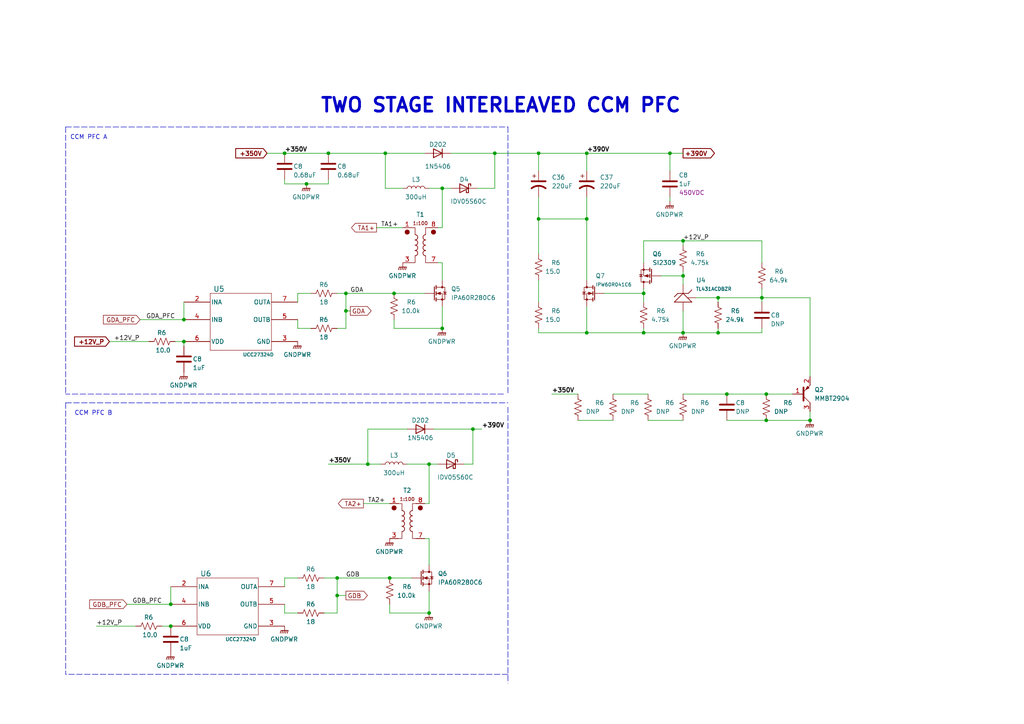
<source format=kicad_sch>
(kicad_sch (version 20230121) (generator eeschema)
  (paper "A4")
  (lib_symbols
    (symbol "Device:C" (pin_numbers hide) (pin_names (offset 0.254))
      (property "Reference" "C" (at 0.635 2.54 0))
      (property "Value" "C" (at 0.635 -2.54 0))
      (symbol "C_0_1"
        (polyline (pts (xy -2.032 -0.762) (xy 2.032 -0.762)) (stroke (width 0.508)))
        (polyline (pts (xy -2.032 0.762) (xy 2.032 0.762)) (stroke (width 0.508)))
      )
      (symbol "C_1_1"
        (pin passive line (at 0 3.81 270) (length 2.794) (name "~") (number "1"))
        (pin passive line (at 0 -3.81 90) (length 2.794) (name "~") (number "2"))
      )
    )
    (symbol "Device:C_Polarized_US" (pin_numbers hide) (pin_names (offset 0.254) hide)
      (property "Reference" "C" (at 0.635 2.54 0))
      (property "Value" "C_Polarized_US" (at 0.635 -2.54 0))
      (symbol "C_Polarized_US_0_1"
        (polyline (pts (xy -2.032 0.762) (xy 2.032 0.762)) (stroke (width 0.508)))
        (polyline (pts (xy -1.778 2.286) (xy -0.762 2.286)))
        (polyline (pts (xy -1.27 1.778) (xy -1.27 2.794)))
        (arc (start 2.032 -1.27) (mid 0 -0.5572) (end -2.032 -1.27) (stroke (width 0.508)))
      )
      (symbol "C_Polarized_US_1_1"
        (pin passive line (at 0 3.81 270) (length 2.794) (name "~") (number "1"))
        (pin passive line (at 0 -3.81 90) (length 3.302) (name "~") (number "2"))
      )
    )
    (symbol "Device:D" (pin_numbers hide) (pin_names (offset 1.016) hide)
      (property "Reference" "D" (at 0 2.54 0))
      (property "Value" "D" (at 0 -2.54 0))
      (symbol "D_0_1"
        (polyline (pts (xy -1.27 1.27) (xy -1.27 -1.27)) (stroke (width 0.254)))
        (polyline (pts (xy 1.27 0) (xy -1.27 0)))
        (polyline (pts (xy 1.27 1.27) (xy 1.27 -1.27) (xy -1.27 0) (xy 1.27 1.27)) (stroke (width 0.254)))
      )
      (symbol "D_1_1"
        (pin passive line (at -3.81 0 0) (length 2.54) (name "K") (number "1"))
        (pin passive line (at 3.81 0 180) (length 2.54) (name "A") (number "2"))
      )
    )
    (symbol "Device:D_Schottky" (pin_numbers hide) (pin_names (offset 1.016) hide)
      (property "Reference" "D" (at 0 2.54 0))
      (property "Value" "D_Schottky" (at 0 -2.54 0))
      (symbol "D_Schottky_0_1"
        (polyline (pts (xy 1.27 0) (xy -1.27 0)))
        (polyline (pts (xy 1.27 1.27) (xy 1.27 -1.27) (xy -1.27 0) (xy 1.27 1.27)) (stroke (width 0.254)))
        (polyline (pts (xy -1.905 0.635) (xy -1.905 1.27) (xy -1.27 1.27) (xy -1.27 -1.27) (xy -0.635 -1.27) (xy -0.635 -0.635)) (stroke (width 0.254)))
      )
      (symbol "D_Schottky_1_1"
        (pin passive line (at -3.81 0 0) (length 2.54) (name "K") (number "1"))
        (pin passive line (at 3.81 0 180) (length 2.54) (name "A") (number "2"))
      )
    )
    (symbol "Device:L" (pin_numbers hide) (pin_names (offset 1.016) hide)
      (property "Reference" "L" (at -1.27 0 90))
      (property "Value" "L" (at 1.905 0 90))
      (symbol "L_0_1"
        (arc (start 0 -2.54) (mid 0.6323 -1.905) (end 0 -1.27))
        (arc (start 0 -1.27) (mid 0.6323 -0.635) (end 0 0))
        (arc (start 0 0) (mid 0.6323 0.635) (end 0 1.27))
        (arc (start 0 1.27) (mid 0.6323 1.905) (end 0 2.54))
      )
      (symbol "L_1_1"
        (pin passive line (at 0 3.81 270) (length 1.27) (name "1") (number "1"))
        (pin passive line (at 0 -3.81 90) (length 1.27) (name "2") (number "2"))
      )
    )
    (symbol "Device:R_US" (pin_numbers hide) (pin_names (offset 0))
      (property "Reference" "R" (at 2.54 0 90))
      (property "Value" "R_US" (at -2.54 0 90))
      (symbol "R_US_0_1"
        (polyline (pts (xy 0 -2.286) (xy 0 -2.54)))
        (polyline (pts (xy 0 2.286) (xy 0 2.54)))
        (polyline (pts (xy 0 -0.762) (xy 1.016 -1.143) (xy 0 -1.524) (xy -1.016 -1.905) (xy 0 -2.286)))
        (polyline (pts (xy 0 0.762) (xy 1.016 0.381) (xy 0 0) (xy -1.016 -0.381) (xy 0 -0.762)))
        (polyline (pts (xy 0 2.286) (xy 1.016 1.905) (xy 0 1.524) (xy -1.016 1.143) (xy 0 0.762)))
      )
      (symbol "R_US_1_1"
        (pin passive line (at 0 3.81 270) (length 1.27) (name "~") (number "1"))
        (pin passive line (at 0 -3.81 90) (length 1.27) (name "~") (number "2"))
      )
    )
    (symbol "fb_smps_symbols:IPA60R280C6" (pin_names hide)
      (property "Reference" "Q" (at 5.08 1.905 0))
      (property "Value" "IPA60R280C6" (at 5.08 0 0))
      (symbol "IPA60R280C6_0_1"
        (polyline (pts (xy 0.254 0) (xy -2.54 0)))
        (polyline (pts (xy 0.254 1.905) (xy 0.254 -1.905)) (stroke (width 0.254)))
        (polyline (pts (xy 0.762 -1.27) (xy 0.762 -2.286)) (stroke (width 0.254)))
        (polyline (pts (xy 0.762 0.508) (xy 0.762 -0.508)) (stroke (width 0.254)))
        (polyline (pts (xy 0.762 2.286) (xy 0.762 1.27)) (stroke (width 0.254)))
        (polyline (pts (xy 2.54 -3.81) (xy 2.54 -2.54)))
        (polyline (pts (xy 2.54 2.54) (xy 2.54 1.778)))
        (polyline (pts (xy 2.54 2.54) (xy 2.54 3.81)))
        (polyline (pts (xy 2.54 -2.54) (xy 2.54 0) (xy 0.762 0)))
        (polyline (pts (xy 0.762 -1.778) (xy 3.302 -1.778) (xy 3.302 1.778) (xy 0.762 1.778)))
        (polyline (pts (xy 1.016 0) (xy 2.032 0.381) (xy 2.032 -0.381) (xy 1.016 0)) (fill (type outline)))
        (polyline (pts (xy 2.794 0.508) (xy 2.921 0.381) (xy 3.683 0.381) (xy 3.81 0.254)))
        (polyline (pts (xy 3.302 0.381) (xy 2.921 -0.254) (xy 3.683 -0.254) (xy 3.302 0.381)))
        (circle (center 2.54 -1.778) (radius 0.254) (fill (type outline)))
        (circle (center 2.54 1.778) (radius 0.254) (fill (type outline)))
      )
      (symbol "IPA60R280C6_1_1"
        (pin input line (at -2.54 0 0) (length 2.54) hide (name "G") (number "1"))
        (pin passive line (at 2.54 3.81 270) (length 2.54) hide (name "D") (number "2"))
        (pin passive line (at 2.54 -3.81 90) (length 2.54) hide (name "S") (number "3"))
      )
    )
    (symbol "fb_smps_symbols:IPW60R041C6" (pin_names hide)
      (property "Reference" "Q" (at 5.08 1.905 0))
      (property "Value" "IPW60R041C6" (at 5.08 0 0))
      (symbol "IPW60R041C6_0_1"
        (polyline (pts (xy 0.254 0) (xy -2.54 0)))
        (polyline (pts (xy 0.254 1.905) (xy 0.254 -1.905)) (stroke (width 0.254)))
        (polyline (pts (xy 0.762 -1.27) (xy 0.762 -2.286)) (stroke (width 0.254)))
        (polyline (pts (xy 0.762 0.508) (xy 0.762 -0.508)) (stroke (width 0.254)))
        (polyline (pts (xy 0.762 2.286) (xy 0.762 1.27)) (stroke (width 0.254)))
        (polyline (pts (xy 2.54 -3.81) (xy 2.54 -2.54)))
        (polyline (pts (xy 2.54 2.54) (xy 2.54 1.778)))
        (polyline (pts (xy 2.54 2.54) (xy 2.54 3.81)))
        (polyline (pts (xy 2.54 -2.54) (xy 2.54 0) (xy 0.762 0)))
        (polyline (pts (xy 0.762 -1.778) (xy 3.302 -1.778) (xy 3.302 1.778) (xy 0.762 1.778)))
        (polyline (pts (xy 1.016 0) (xy 2.032 0.381) (xy 2.032 -0.381) (xy 1.016 0)) (fill (type outline)))
        (polyline (pts (xy 2.794 0.508) (xy 2.921 0.381) (xy 3.683 0.381) (xy 3.81 0.254)))
        (polyline (pts (xy 3.302 0.381) (xy 2.921 -0.254) (xy 3.683 -0.254) (xy 3.302 0.381)))
        (circle (center 2.54 -1.778) (radius 0.254) (fill (type outline)))
        (circle (center 2.54 1.778) (radius 0.254) (fill (type outline)))
      )
      (symbol "IPW60R041C6_1_1"
        (pin input line (at -2.54 0 0) (length 2.54) hide (name "G") (number "1"))
        (pin passive line (at 2.54 3.81 270) (length 2.54) hide (name "D") (number "2"))
        (pin passive line (at 2.54 -3.81 90) (length 2.54) hide (name "S") (number "3"))
      )
    )
    (symbol "fb_smps_symbols:MMBT2904" (pin_names (offset 0) hide)
      (property "Reference" "Q" (at 5.08 1.905 0))
      (property "Value" "MMBT2904" (at 5.08 0 0))
      (symbol "MMBT2904_0_1"
        (polyline (pts (xy 0.635 0.635) (xy 2.54 2.54)))
        (polyline (pts (xy 0.635 -0.635) (xy 2.54 -2.54) (xy 2.54 -2.54)))
        (polyline (pts (xy 0.635 1.905) (xy 0.635 -1.905) (xy 0.635 -1.905)) (stroke (width 0.508)))
        (polyline (pts (xy 2.286 -1.778) (xy 1.778 -2.286) (xy 1.27 -1.27) (xy 2.286 -1.778) (xy 2.286 -1.778)) (fill (type outline)))
      )
      (symbol "MMBT2904_1_1"
        (pin input line (at -2.54 0 0) (length 3) (name "B") (number "1"))
        (pin passive line (at 2.54 -5.08 90) (length 2.54) (name "E") (number "2"))
        (pin passive line (at 2.54 5.08 270) (length 2.54) (name "C") (number "3"))
      )
    )
    (symbol "fb_smps_symbols:PA1005.100NL" (pin_names hide)
      (property "Reference" "T1" (at -1.27 8.89 0))
      (symbol "PA1005.100NL_0_1"
        (circle (center -3.81 3.81) (radius 0.635) (fill (type outline)))
        (arc (start -1.524 -3.048) (mid -0.7653 -2.286) (end -1.524 -1.524) (stroke (width 0.2032)))
        (arc (start -1.524 -1.524) (mid -0.7653 -0.762) (end -1.524 0) (stroke (width 0.2032)))
        (arc (start -1.524 0) (mid -0.7653 0.762) (end -1.524 1.524) (stroke (width 0.2032)))
        (arc (start -1.524 1.524) (mid -0.7653 2.286) (end -1.524 3.048) (stroke (width 0.2032)))
        (polyline (pts (xy -2.54 5.08) (xy -1.524 5.08) (xy -1.524 3.048)) (stroke (width 0.1524)))
        (polyline (pts (xy -1.524 -3.048) (xy -1.524 -5.08) (xy -2.54 -5.08)) (stroke (width 0.1524)))
        (polyline (pts (xy 1.524 3.048) (xy 1.524 5.08) (xy 2.54 5.08)) (stroke (width 0.1524)))
        (polyline (pts (xy 2.54 -5.08) (xy 1.524 -5.08) (xy 1.524 -3.048)) (stroke (width 0.1524)))
        (arc (start 1.524 -1.524) (mid 0.7653 -2.286) (end 1.524 -3.048) (stroke (width 0.2032)))
        (arc (start 1.524 0) (mid 0.7653 -0.762) (end 1.524 -1.524) (stroke (width 0.2032)))
        (arc (start 1.524 1.524) (mid 0.7653 0.762) (end 1.524 0) (stroke (width 0.2032)))
        (arc (start 1.524 3.048) (mid 0.7653 2.286) (end 1.524 1.524) (stroke (width 0.2032)))
        (circle (center 3.81 3.81) (radius 0.635) (fill (type outline)))
      )
      (symbol "PA1005.100NL_1_1"
        (text "1:100" (at 0 6.35 0) (effects (font (size 1 1))))
        (pin passive line (at 5.08 5.08 180) (length 2.54) (name "~") (number "1"))
        (pin passive line (at 5.08 -5.08 180) (length 2.54) (name "~") (number "3"))
        (pin passive line (at -5.08 -5.08 0) (length 2.54) (name "~") (number "7"))
        (pin passive line (at -5.08 5.08 0) (length 2.54) (name "~") (number "8"))
      )
    )
    (symbol "fb_smps_symbols:SI2309" (pin_names hide)
      (property "Reference" "Q" (at 5.08 1.905 0))
      (property "Value" "SI2309" (at 5.08 0 0))
      (symbol "SI2309_0_1"
        (polyline (pts (xy 0 0) (xy -2.54 0)))
        (polyline (pts (xy 0.254 1.905) (xy 0.254 -1.905)) (stroke (width 0.254)))
        (polyline (pts (xy 0.762 -1.27) (xy 0.762 -2.286)) (stroke (width 0.254)))
        (polyline (pts (xy 0.762 0.508) (xy 0.762 -0.508)) (stroke (width 0.254)))
        (polyline (pts (xy 0.762 2.286) (xy 0.762 1.27)) (stroke (width 0.254)))
        (polyline (pts (xy 2.54 3.81) (xy 2.54 1.905)))
        (polyline (pts (xy 2.54 -3.81) (xy 2.54 0) (xy 0.762 0)))
        (polyline (pts (xy 0.762 1.778) (xy 3.302 1.778) (xy 3.302 -1.778) (xy 0.762 -1.778)))
        (polyline (pts (xy 2.286 0) (xy 1.27 0.381) (xy 1.27 -0.381) (xy 2.286 0)) (fill (type outline)))
        (polyline (pts (xy 2.794 -0.508) (xy 2.921 -0.381) (xy 3.683 -0.381) (xy 3.81 -0.254)))
        (polyline (pts (xy 3.302 -0.381) (xy 2.921 0.254) (xy 3.683 0.254) (xy 3.302 -0.381)))
        (circle (center 2.54 -1.778) (radius 0.254) (fill (type outline)))
        (circle (center 2.54 1.778) (radius 0.254) (fill (type outline)))
      )
      (symbol "SI2309_1_1"
        (pin input line (at -2.54 0 0) (length 2.54) hide (name "G") (number "1"))
        (pin passive line (at 2.54 -3.81 90) (length 2.54) hide (name "S") (number "2"))
        (pin passive line (at 2.54 3.81 270) (length 2.54) hide (name "D") (number "3"))
      )
    )
    (symbol "fb_smps_symbols:TL431ACDBZR" (pin_names (offset 0.254))
      (property "Reference" "U" (at -3.81 3.81 0))
      (symbol "TL431ACDBZR_0_1"
        (polyline (pts (xy -2.54 -2.54) (xy 0 0)) (stroke (width 0.2032)))
        (polyline (pts (xy -2.54 1.016) (xy -1.524 0)) (stroke (width 0.2032)))
        (polyline (pts (xy -1.524 0) (xy 1.524 0)) (stroke (width 0.2032)))
        (polyline (pts (xy -1.27 -1.27) (xy -3.81 -1.27)))
        (polyline (pts (xy 0 -5.08) (xy 0 -2.54)))
        (polyline (pts (xy 0 0) (xy 0 2.54)))
        (polyline (pts (xy 0 0) (xy 2.54 -2.54)) (stroke (width 0.2032)))
        (polyline (pts (xy 1.524 0) (xy 2.54 -1.016)) (stroke (width 0.2032)))
        (polyline (pts (xy 2.54 -2.54) (xy -2.54 -2.54)) (stroke (width 0.2032)))
      )
      (symbol "TL431ACDBZR_1_1"
        (pin passive line (at 0 -5.08 90) (length 2.54) hide (name "") (number "2"))
        (pin input line (at -3.81 -1.27 0) (length 2.54) hide (name "REF") (number "2"))
        (pin passive line (at 0 2.54 270) (length 2.54) hide (name "") (number "3"))
      )
    )
    (symbol "fb_smps_symbols:UCC27324D" (pin_names (offset 0.254))
      (property "Reference" "U" (at 8.89 1.27 0))
      (property "Value" "UCC27324D" (at 21.59 -17.78 0))
      (symbol "UCC27324D_0_1"
        (polyline (pts (xy 7.62 -16.51) (xy 25.4 -16.51)) (stroke (width 0.127)))
        (polyline (pts (xy 7.62 0) (xy 7.62 -16.51)) (stroke (width 0.127)))
        (polyline (pts (xy 25.4 -16.51) (xy 25.4 0)) (stroke (width 0.127)))
        (polyline (pts (xy 25.4 0) (xy 7.62 0)) (stroke (width 0.127)))
        (pin input line (at 0 -2.54 0) (length 7.62) (name "INA") (number "2"))
        (pin input line (at 0 -7.62 0) (length 7.62) (name "INB") (number "4"))
        (pin output line (at 33.02 -7.62 180) (length 7.62) (name "OUTB") (number "5"))
        (pin power_in line (at 0 -13.97 0) (length 7.62) (name "VDD") (number "6"))
        (pin output line (at 33.02 -2.54 180) (length 7.62) (name "OUTA") (number "7"))
      )
      (symbol "UCC27324D_1_1"
        (pin power_in line (at 33.02 -13.97 180) (length 7.62) (name "GND") (number "3"))
      )
    )
    (symbol "power:GNDPWR" (power) (pin_names (offset 0))
      (property "Value" "GNDPWR" (at 0 -3.302 0))
      (symbol "GNDPWR_0_1"
        (polyline (pts (xy 0 -1.27) (xy 0 0)))
        (polyline (pts (xy -1.016 -1.27) (xy -1.27 -2.032) (xy -1.27 -2.032)) (stroke (width 0.2032)))
        (polyline (pts (xy -0.508 -1.27) (xy -0.762 -2.032) (xy -0.762 -2.032)) (stroke (width 0.2032)))
        (polyline (pts (xy 0 -1.27) (xy -0.254 -2.032) (xy -0.254 -2.032)) (stroke (width 0.2032)))
        (polyline (pts (xy 0.508 -1.27) (xy 0.254 -2.032) (xy 0.254 -2.032)) (stroke (width 0.2032)))
        (polyline (pts (xy 1.016 -1.27) (xy -1.016 -1.27) (xy -1.016 -1.27)) (stroke (width 0.2032)))
        (polyline (pts (xy 1.016 -1.27) (xy 0.762 -2.032) (xy 0.762 -2.032) (xy 0.762 -2.032)) (stroke (width 0.2032)))
      )
      (symbol "GNDPWR_1_1"
        (pin power_in line (at 0 0 270) (length 0) hide (name "GNDPWR") (number "1"))
      )
    )
  )
  (junction (at 170.18 96.52))
  (junction (at 97.79 167.64))
  (junction (at 156.21 44.45))
  (junction (at 88.9 53.34))
  (junction (at 82.55 44.45))
  (junction (at 114.3 85.09))
  (junction (at 170.18 44.45))
  (junction (at 95.25 44.45))
  (junction (at 210.82 114.3))
  (junction (at 222.25 114.3))
  (junction (at 234.95 121.92))
  (junction (at 198.12 80.01))
  (junction (at 128.27 95.25))
  (junction (at 106.68 134.62))
  (junction (at 113.03 167.64))
  (junction (at 53.34 99.06))
  (junction (at 111.76 44.45))
  (junction (at 100.33 90.17))
  (junction (at 124.46 134.62))
  (junction (at 124.46 177.8))
  (junction (at 100.33 85.09))
  (junction (at 156.21 63.5))
  (junction (at 137.16 124.46))
  (junction (at 97.79 172.72))
  (junction (at 49.53 175.26))
  (junction (at 208.28 96.52))
  (junction (at 143.51 44.45))
  (junction (at 194.31 44.45))
  (junction (at 198.12 96.52))
  (junction (at 53.34 92.71))
  (junction (at 220.98 86.36))
  (junction (at 49.53 181.61))
  (junction (at 170.18 63.5))
  (junction (at 186.69 96.52))
  (junction (at 222.25 121.92))
  (junction (at 198.12 69.85))
  (junction (at 186.69 85.09))
  (junction (at 128.27 54.61))
  (junction (at 208.28 86.36))
  (wire (pts (xy 170.18 49.53) (xy 170.18 44.45)))
  (wire (pts (xy 128.27 88.9) (xy 128.27 95.25)))
  (wire (pts (xy 97.79 172.72) (xy 100.33 172.72)))
  (wire (pts (xy 220.98 83.82) (xy 220.98 86.36)))
  (wire (pts (xy 222.25 121.92) (xy 234.95 121.92)))
  (wire (pts (xy 130.81 44.45) (xy 143.51 44.45)))
  (wire (pts (xy 186.69 85.09) (xy 186.69 87.63)))
  (wire (pts (xy 127 66.04) (xy 128.27 66.04)))
  (wire (pts (xy 113.03 177.8) (xy 124.46 177.8)))
  (wire (pts (xy 97.79 167.64) (xy 97.79 172.72)))
  (wire (pts (xy 186.69 76.2) (xy 186.69 69.85)))
  (wire (pts (xy 170.18 63.5) (xy 170.18 81.28)))
  (polyline (pts (xy 146.05 114.3) (xy 19.05 114.3)) (stroke (width 0) (type dash)))
  (wire (pts (xy 114.3 95.25) (xy 128.27 95.25)))
  (wire (pts (xy 191.77 80.01) (xy 198.12 80.01)))
  (wire (pts (xy 156.21 63.5) (xy 170.18 63.5)))
  (wire (pts (xy 156.21 44.45) (xy 156.21 49.53)))
  (polyline (pts (xy 19.05 36.83) (xy 147.32 36.83)) (stroke (width 0) (type dash)))
  (wire (pts (xy 210.82 114.3) (xy 222.25 114.3)))
  (wire (pts (xy 97.79 85.09) (xy 100.33 85.09)))
  (wire (pts (xy 125.73 124.46) (xy 137.16 124.46)))
  (wire (pts (xy 118.11 134.62) (xy 124.46 134.62)))
  (wire (pts (xy 234.95 86.36) (xy 220.98 86.36)))
  (wire (pts (xy 114.3 85.09) (xy 123.19 85.09)))
  (polyline (pts (xy 147.32 118.11) (xy 147.32 198.12)) (stroke (width 0) (type dash)))
  (wire (pts (xy 156.21 96.52) (xy 156.21 95.25)))
  (wire (pts (xy 114.3 95.25) (xy 114.3 92.71)))
  (wire (pts (xy 82.55 53.34) (xy 88.9 53.34)))
  (wire (pts (xy 95.25 134.62) (xy 106.68 134.62)))
  (wire (pts (xy 137.16 124.46) (xy 137.16 134.62)))
  (wire (pts (xy 186.69 83.82) (xy 186.69 85.09)))
  (wire (pts (xy 128.27 76.2) (xy 128.27 81.28)))
  (wire (pts (xy 36.83 175.26) (xy 49.53 175.26)))
  (polyline (pts (xy 19.05 116.84) (xy 147.32 116.84)) (stroke (width 0) (type dash)))
  (wire (pts (xy 113.03 177.8) (xy 113.03 175.26)))
  (wire (pts (xy 167.64 121.92) (xy 177.8 121.92)))
  (wire (pts (xy 156.21 81.28) (xy 156.21 87.63)))
  (wire (pts (xy 170.18 44.45) (xy 194.31 44.45)))
  (wire (pts (xy 137.16 134.62) (xy 134.62 134.62)))
  (wire (pts (xy 124.46 171.45) (xy 124.46 177.8)))
  (wire (pts (xy 198.12 114.3) (xy 210.82 114.3)))
  (wire (pts (xy 123.19 146.05) (xy 124.46 146.05)))
  (wire (pts (xy 170.18 88.9) (xy 170.18 96.52)))
  (polyline (pts (xy 19.05 116.84) (xy 19.05 195.58)) (stroke (width 0) (type dash)))
  (wire (pts (xy 187.96 121.92) (xy 198.12 121.92)))
  (wire (pts (xy 128.27 76.2) (xy 127 76.2)))
  (wire (pts (xy 198.12 90.17) (xy 198.12 96.52)))
  (wire (pts (xy 220.98 86.36) (xy 220.98 87.63)))
  (wire (pts (xy 194.31 58.42) (xy 194.31 57.15)))
  (wire (pts (xy 124.46 156.21) (xy 123.19 156.21)))
  (wire (pts (xy 198.12 69.85) (xy 198.12 71.12)))
  (wire (pts (xy 100.33 85.09) (xy 100.33 90.17)))
  (wire (pts (xy 220.98 69.85) (xy 220.98 76.2)))
  (wire (pts (xy 198.12 69.85) (xy 220.98 69.85)))
  (polyline (pts (xy 19.05 36.83) (xy 19.05 114.3)) (stroke (width 0) (type dash)))
  (wire (pts (xy 220.98 96.52) (xy 220.98 95.25)))
  (wire (pts (xy 111.76 44.45) (xy 111.76 54.61)))
  (wire (pts (xy 100.33 85.09) (xy 114.3 85.09)))
  (wire (pts (xy 113.03 167.64) (xy 119.38 167.64)))
  (wire (pts (xy 77.47 44.45) (xy 82.55 44.45)))
  (wire (pts (xy 137.16 124.46) (xy 139.7 124.46)))
  (wire (pts (xy 82.55 167.64) (xy 86.36 167.64)))
  (wire (pts (xy 106.68 124.46) (xy 118.11 124.46)))
  (wire (pts (xy 156.21 57.15) (xy 156.21 63.5)))
  (wire (pts (xy 97.79 172.72) (xy 97.79 177.8)))
  (wire (pts (xy 143.51 54.61) (xy 138.43 54.61)))
  (wire (pts (xy 156.21 96.52) (xy 170.18 96.52)))
  (wire (pts (xy 106.68 134.62) (xy 106.68 124.46)))
  (wire (pts (xy 86.36 87.63) (xy 86.36 85.09)))
  (wire (pts (xy 186.69 69.85) (xy 198.12 69.85)))
  (wire (pts (xy 105.41 146.05) (xy 113.03 146.05)))
  (wire (pts (xy 95.25 52.07) (xy 95.25 53.34)))
  (wire (pts (xy 222.25 114.3) (xy 229.87 114.3)))
  (wire (pts (xy 111.76 54.61) (xy 116.84 54.61)))
  (wire (pts (xy 97.79 167.64) (xy 113.03 167.64)))
  (wire (pts (xy 208.28 86.36) (xy 220.98 86.36)))
  (wire (pts (xy 53.34 100.33) (xy 53.34 99.06)))
  (wire (pts (xy 100.33 90.17) (xy 100.33 95.25)))
  (wire (pts (xy 128.27 66.04) (xy 128.27 54.61)))
  (wire (pts (xy 124.46 163.83) (xy 124.46 156.21)))
  (wire (pts (xy 86.36 85.09) (xy 90.17 85.09)))
  (wire (pts (xy 53.34 92.71) (xy 53.34 87.63)))
  (wire (pts (xy 194.31 44.45) (xy 198.12 44.45)))
  (wire (pts (xy 156.21 44.45) (xy 170.18 44.45)))
  (wire (pts (xy 100.33 90.17) (xy 101.6 90.17)))
  (wire (pts (xy 234.95 119.38) (xy 234.95 121.92)))
  (wire (pts (xy 198.12 78.74) (xy 198.12 80.01)))
  (wire (pts (xy 31.75 99.06) (xy 43.18 99.06)))
  (wire (pts (xy 86.36 95.25) (xy 90.17 95.25)))
  (wire (pts (xy 177.8 114.3) (xy 187.96 114.3)))
  (wire (pts (xy 170.18 63.5) (xy 170.18 57.15)))
  (wire (pts (xy 143.51 44.45) (xy 143.51 54.61)))
  (wire (pts (xy 201.93 86.36) (xy 208.28 86.36)))
  (wire (pts (xy 156.21 63.5) (xy 156.21 73.66)))
  (wire (pts (xy 208.28 87.63) (xy 208.28 86.36)))
  (wire (pts (xy 128.27 54.61) (xy 130.81 54.61)))
  (wire (pts (xy 124.46 54.61) (xy 128.27 54.61)))
  (wire (pts (xy 208.28 96.52) (xy 220.98 96.52)))
  (polyline (pts (xy 147.32 36.83) (xy 147.32 114.3)) (stroke (width 0) (type dash)))
  (wire (pts (xy 93.98 167.64) (xy 97.79 167.64)))
  (wire (pts (xy 170.18 96.52) (xy 186.69 96.52)))
  (wire (pts (xy 100.33 95.25) (xy 97.79 95.25)))
  (wire (pts (xy 175.26 85.09) (xy 186.69 85.09)))
  (wire (pts (xy 82.55 175.26) (xy 82.55 177.8)))
  (wire (pts (xy 27.94 181.61) (xy 39.37 181.61)))
  (wire (pts (xy 124.46 146.05) (xy 124.46 134.62)))
  (wire (pts (xy 186.69 96.52) (xy 186.69 95.25)))
  (wire (pts (xy 234.95 109.22) (xy 234.95 86.36)))
  (wire (pts (xy 186.69 96.52) (xy 198.12 96.52)))
  (wire (pts (xy 49.53 170.18) (xy 49.53 175.26)))
  (wire (pts (xy 210.82 121.92) (xy 222.25 121.92)))
  (wire (pts (xy 88.9 53.34) (xy 95.25 53.34)))
  (polyline (pts (xy 147.32 195.58) (xy 19.05 195.58)) (stroke (width 0) (type dash)))
  (wire (pts (xy 46.99 181.61) (xy 49.53 181.61)))
  (wire (pts (xy 82.55 44.45) (xy 95.25 44.45)))
  (wire (pts (xy 123.19 44.45) (xy 111.76 44.45)))
  (wire (pts (xy 50.8 99.06) (xy 53.34 99.06)))
  (wire (pts (xy 109.22 66.04) (xy 116.84 66.04)))
  (wire (pts (xy 82.55 177.8) (xy 86.36 177.8)))
  (wire (pts (xy 110.49 134.62) (xy 106.68 134.62)))
  (wire (pts (xy 40.64 92.71) (xy 53.34 92.71)))
  (wire (pts (xy 143.51 44.45) (xy 156.21 44.45)))
  (wire (pts (xy 86.36 92.71) (xy 86.36 95.25)))
  (wire (pts (xy 208.28 95.25) (xy 208.28 96.52)))
  (wire (pts (xy 194.31 49.53) (xy 194.31 44.45)))
  (wire (pts (xy 208.28 96.52) (xy 198.12 96.52)))
  (wire (pts (xy 82.55 53.34) (xy 82.55 52.07)))
  (wire (pts (xy 95.25 44.45) (xy 111.76 44.45)))
  (wire (pts (xy 198.12 80.01) (xy 198.12 82.55)))
  (wire (pts (xy 160.02 114.3) (xy 167.64 114.3)))
  (wire (pts (xy 97.79 177.8) (xy 93.98 177.8)))
  (wire (pts (xy 124.46 134.62) (xy 127 134.62)))
  (wire (pts (xy 82.55 167.64) (xy 82.55 170.18)))
  (text "CCM PFC A" (at 20.32 40.64 0) (effects (font (size 1.27 1.27)) (justify left bottom)))
  (text "TWO STAGE INTERLEAVED CCM PFC" (at 92.71 33.02 0) (effects (font (size 4 4) (thickness 0.8) bold) (justify left bottom)))
  (text "CCM PFC B\n" (at 21.59 120.65 0) (effects (font (size 1.27 1.27)) (justify left bottom)))
  (label "GDA" (at 101.6 85.09 0))
  (label "+12V_P" (at 27.94 181.61 0))
  (label "+12V_P" (at 33.02 99.06 0))
  (label "TA1+" (at 110.49 66.04 0))
  (label "GDA_PFC" (at 50.8 92.71 180))
  (label "+390V" (at 170.18 44.45 0) (effects (font bold)))
  (label "GDB_PFC" (at 46.99 175.26 180))
  (label "+350V" (at 95.25 134.62 0) (effects (font bold)))
  (label "GDB" (at 100.33 167.64 0))
  (label "+350V" (at 82.55 44.45 0) (effects (font bold)))
  (label "+390V" (at 139.7 124.46 0) (effects (font bold)))
  (label "+350V" (at 160.02 114.3 0) (effects (font bold)))
  (label "+12V_P" (at 198.12 69.85 0))
  (label "TA2+" (at 106.68 146.05 0))
  (global_label "GDB" (shape output) (at 100.33 172.72 0) (property "Intersheetrefs" "${INTERSHEET_REFS}" (effects hide)))
  (global_label "TA2+" (shape output) (at 105.41 146.05 180) (property "Intersheetrefs" "${INTERSHEET_REFS}" (effects hide)))
  (global_label "GDA" (shape output) (at 101.6 90.17 0) (property "Intersheetrefs" "${INTERSHEET_REFS}" (effects hide)))
  (global_label "+390V" (shape output) (at 198.12 44.45 0) (effects (font bold)) (property "Intersheetrefs" "${INTERSHEET_REFS}" (effects hide)))
  (global_label "TA1+" (shape output) (at 109.22 66.04 180) (property "Intersheetrefs" "${INTERSHEET_REFS}" (effects hide)))
  (global_label "+350V" (shape input) (at 77.47 44.45 180) (effects (font bold)) (property "Intersheetrefs" "${INTERSHEET_REFS}" (effects hide)))
  (global_label "GDA_PFC" (shape input) (at 40.64 92.71 180) (property "Intersheetrefs" "${INTERSHEET_REFS}" (effects hide)))
  (global_label "+12V_P" (shape input) (at 31.75 99.06 180) (effects (font bold)) (property "Intersheetrefs" "${INTERSHEET_REFS}" (effects hide)))
  (global_label "GDB_PFC" (shape input) (at 36.83 175.26 180) (property "Intersheetrefs" "${INTERSHEET_REFS}" (effects hide)))
  (symbol (lib_id "fb_smps_symbols:PA1005.100NL") (at 118.11 151.13 0) (mirror y) (unit 1)
    (property "Reference" "T2" (at 118.11 142.24 0))
    (property "Value" "PA1005.100NL" (effects hide))
    (property "Footprint" "fb_smps_footprints:PA1005.XXXLNL" (effects hide))
  )
  (symbol (lib_id "Device:L") (at 114.3 134.62 90) (unit 1)
    (property "Reference" "L3" (at 114.3 132.08 90))
    (property "Value" "300uH" (at 114.3 137.16 90))
    (instances (project "full_bridge_smps" (path "" (reference "L3") (unit 1)) (path "" (reference "L6") (unit 1))))
  )
  (symbol (lib_id "power:GNDPWR") (at 49.53 189.23 0) (unit 1)
    (property "Reference" "#PWR045" (effects hide))
    (property "Value" "GNDPWR" (at 49.403 193.04 0))
  )
  (symbol (lib_id "Device:C_Polarized_US") (at 170.18 53.34 0) (unit 1)
    (property "Reference" "C37" (at 173.99 51.435 0) (effects (justify left)))
    (property "Value" "220uF" (at 173.99 53.975 0) (effects (justify left)))
  )
  (symbol (lib_id "Device:R_US") (at 90.17 177.8 90) (unit 1)
    (property "Reference" "R6" (at 91.44 175.26 90) (effects (justify left)))
    (property "Value" "18" (at 91.44 180.34 90) (effects (justify left)))
    (instances (project "full_bridge_smps" (path "" (reference "R6") (unit 1)) (path "" (reference "R18") (unit 1)) (path "" (reference "R7") (unit 1))))
  )
  (symbol (lib_id "fb_smps_symbols:MMBT2904") (at 232.41 114.3 0) (mirror x) (unit 1)
    (property "Reference" "Q2" (at 236.22 113.03 0) (effects (justify left)))
    (property "Value" "MMBT2904" (at 236.22 115.57 0) (effects (justify left)))
    (property "Footprint" "fb_smps_footprints:MMBT2907" (effects hide))
    (instances (project "full_bridge_smps" (path "" (reference "Q2") (unit 1)) (path "" (reference "Q201") (unit 1)) (path "" (reference "Q5") (unit 1))))
  )
  (symbol (lib_id "power:GNDPWR") (at 86.36 99.06 0) (unit 1)
    (property "Reference" "#PWR042" (effects hide))
    (property "Value" "GNDPWR" (at 86.233 102.87 0))
  )
  (symbol (lib_id "Device:R_US") (at 90.17 167.64 90) (unit 1)
    (property "Reference" "R6" (at 91.44 165.1 90) (effects (justify left)))
    (property "Value" "18" (at 91.44 170.18 90) (effects (justify left)))
    (instances (project "full_bridge_smps" (path "" (reference "R6") (unit 1)) (path "" (reference "R18") (unit 1)) (path "" (reference "R6") (unit 1))))
  )
  (symbol (lib_id "Device:D") (at 121.92 124.46 180) (unit 1)
    (property "Reference" "D202" (at 121.92 121.92 0))
    (property "Value" "1N5406" (at 121.92 127 0))
    (instances (project "full_bridge_smps" (path "" (reference "D202") (unit 1)) (path "" (reference "D202") (unit 1)) (path "" (reference "D6") (unit 1))))
  )
  (symbol (lib_id "Device:C") (at 194.31 53.34 0) (unit 1)
    (property "Reference" "C8" (at 196.85 50.8 0) (effects (justify left)))
    (property "Value" "1uF" (at 196.85 53.34 0) (effects (justify left)))
    (property "Voltage" "450VDC" (at 200.66 55.88 0))
    (instances (project "full_bridge_smps" (path "" (reference "C8") (unit 1)) (path "" (reference "C9") (unit 1)) (path "" (reference "C8") (unit 1))))
  )
  (symbol (lib_id "power:GNDPWR") (at 124.46 177.8 0) (unit 1)
    (property "Reference" "#PWR047" (effects hide))
    (property "Value" "GNDPWR" (at 124.333 181.61 0))
  )
  (symbol (lib_id "power:GNDPWR") (at 194.31 58.42 0) (unit 1)
    (property "Reference" "#PWR048" (effects hide))
    (property "Value" "GNDPWR" (at 194.183 62.23 0))
  )
  (symbol (lib_id "Device:C") (at 95.25 48.26 0) (unit 1)
    (property "Reference" "C8" (at 97.79 48.26 0) (effects (justify left)))
    (property "Value" "0.68uF" (at 97.79 50.8 0) (effects (justify left)))
    (instances (project "full_bridge_smps" (path "" (reference "C8") (unit 1)) (path "" (reference "C9") (unit 1)) (path "" (reference "C17") (unit 1))))
  )
  (symbol (lib_id "Device:L") (at 120.65 54.61 90) (unit 1)
    (property "Reference" "L3" (at 120.65 52.07 90))
    (property "Value" "300uH" (at 120.65 57.15 90))
    (instances (project "full_bridge_smps" (path "" (reference "L3") (unit 1)) (path "" (reference "L5") (unit 1))))
  )
  (symbol (lib_id "fb_smps_symbols:UCC27324D") (at 49.53 167.64 0) (unit 1)
    (property "Reference" "U6" (at 59.69 166.37 0) (effects (font (size 1.524 1.524))))
    (property "Value" "UCC27324D" (at 69.85 185.42 0) (effects (font (size 1 1))))
    (property "Footprint" "fb_smps_footprints:UCC27324D" (effects hide))
    (property "Datasheet" "UCC27324D" (effects hide))
  )
  (symbol (lib_id "fb_smps_symbols:PA1005.100NL") (at 121.92 71.12 0) (mirror y) (unit 1)
    (property "Reference" "T1" (at 121.92 62.23 0))
    (property "Value" "PA1005.100NL" (effects hide))
    (property "Footprint" "fb_smps_footprints:PA1005.XXXLNL" (effects hide))
  )
  (symbol (lib_id "Device:D_Schottky") (at 130.81 134.62 0) (mirror y) (unit 1)
    (property "Reference" "D5" (at 130.81 132.08 0))
    (property "Value" "IDV05S60C" (at 132.08 138.43 0))
  )
  (symbol (lib_id "fb_smps_symbols:SI2309") (at 189.23 80.01 180) (unit 1)
    (property "Reference" "Q6" (at 189.23 73.66 0) (effects (justify right)))
    (property "Value" "SI2309" (at 189.23 76.2 0) (effects (justify right)))
    (property "Footprint" "fb_smps_footprints:SI2309" (effects hide))
  )
  (symbol (lib_id "Device:C") (at 49.53 185.42 0) (unit 1)
    (property "Reference" "C8" (at 52.07 185.42 0) (effects (justify left)))
    (property "Value" "1uF" (at 52.07 187.96 0) (effects (justify left)))
    (instances (project "full_bridge_smps" (path "" (reference "C8") (unit 1)) (path "" (reference "C9") (unit 1)) (path "" (reference "C24") (unit 1))))
  )
  (symbol (lib_id "Device:R_US") (at 93.98 85.09 90) (unit 1)
    (property "Reference" "R6" (at 95.25 82.55 90) (effects (justify left)))
    (property "Value" "18" (at 95.25 87.63 90) (effects (justify left)))
    (instances (project "full_bridge_smps" (path "" (reference "R6") (unit 1)) (path "" (reference "R18") (unit 1)) (path "" (reference "R54") (unit 1))))
  )
  (symbol (lib_id "power:GNDPWR") (at 88.9 53.34 0) (unit 1)
    (property "Reference" "#PWR040" (effects hide))
    (property "Value" "GNDPWR" (at 88.773 57.15 0))
  )
  (symbol (lib_id "fb_smps_symbols:TL431ACDBZR") (at 198.12 85.09 0) (mirror y) (unit 1)
    (property "Reference" "U4" (at 201.93 81.28 0) (effects (justify right)))
    (property "Value" "TL431ACDBZR" (at 207.01 83.82 0) (effects (font (size 1 1))))
    (property "Footprint" "fb_smps_footprints:TLV431ACDBZ" (effects hide))
    (property "Datasheet" "TL431ACDBZR" (effects hide))
  )
  (symbol (lib_id "power:GNDPWR") (at 113.03 156.21 0) (unit 1)
    (property "Reference" "#PWR052" (effects hide))
    (property "Value" "GNDPWR" (at 112.903 160.02 0))
  )
  (symbol (lib_id "Device:R_US") (at 46.99 99.06 90) (unit 1)
    (property "Reference" "R6" (at 48.26 96.52 90) (effects (justify left)))
    (property "Value" "10.0" (at 49.53 101.6 90) (effects (justify left)))
    (instances (project "full_bridge_smps" (path "" (reference "R6") (unit 1)) (path "" (reference "R18") (unit 1)) (path "" (reference "R40") (unit 1))))
  )
  (symbol (lib_id "fb_smps_symbols:UCC27324D") (at 53.34 85.09 0) (unit 1)
    (property "Reference" "U5" (at 63.5 83.82 0) (effects (font (size 1.524 1.524))))
    (property "Value" "UCC27324D" (at 74.93 102.87 0) (effects (font (size 1 1))))
    (property "Footprint" "fb_smps_footprints:UCC27324D" (effects hide))
    (property "Datasheet" "UCC27324D" (effects hide))
  )
  (symbol (lib_id "Device:R_US") (at 114.3 88.9 180) (unit 1)
    (property "Reference" "R6" (at 120.65 87.63 0) (effects (justify left)))
    (property "Value" "10.0k" (at 121.92 90.17 0) (effects (justify left)))
    (instances (project "full_bridge_smps" (path "" (reference "R6") (unit 1)) (path "" (reference "R18") (unit 1)) (path "" (reference "R56") (unit 1))))
  )
  (symbol (lib_id "Device:R_US") (at 156.21 77.47 180) (unit 1)
    (property "Reference" "R6" (at 162.56 76.2 0) (effects (justify left)))
    (property "Value" "15.0" (at 162.56 78.74 0) (effects (justify left)))
    (instances (project "full_bridge_smps" (path "" (reference "R6") (unit 1)) (path "" (reference "R18") (unit 1)) (path "" (reference "R64") (unit 1))))
  )
  (symbol (lib_id "Device:C") (at 82.55 48.26 0) (unit 1)
    (property "Reference" "C8" (at 85.09 48.26 0) (effects (justify left)))
    (property "Value" "0.68uF" (at 85.09 50.8 0) (effects (justify left)))
    (instances (project "full_bridge_smps" (path "" (reference "C8") (unit 1)) (path "" (reference "C9") (unit 1)) (path "" (reference "C16") (unit 1))))
  )
  (symbol (lib_id "Device:C_Polarized_US") (at 156.21 53.34 0) (unit 1)
    (property "Reference" "C36" (at 160.02 51.435 0) (effects (justify left)))
    (property "Value" "220uF" (at 160.02 53.975 0) (effects (justify left)))
  )
  (symbol (lib_id "Device:R_US") (at 156.21 91.44 180) (unit 1)
    (property "Reference" "R6" (at 162.56 90.17 0) (effects (justify left)))
    (property "Value" "15.0" (at 162.56 92.71 0) (effects (justify left)))
    (instances (project "full_bridge_smps" (path "" (reference "R6") (unit 1)) (path "" (reference "R18") (unit 1)) (path "" (reference "R65") (unit 1))))
  )
  (symbol (lib_id "fb_smps_symbols:IPW60R041C6") (at 172.72 85.09 0) (mirror y) (unit 1)
    (property "Reference" "Q7" (at 172.72 80.01 0) (effects (justify right)))
    (property "Value" "IPW60R041C6" (at 172.72 82.55 0) (effects (font (size 1 1)) (justify right)))
    (property "Footprint" "fb_smps_footprints:IPW60R041C6" (effects hide))
  )
  (symbol (lib_id "power:GNDPWR") (at 128.27 95.25 0) (unit 1)
    (property "Reference" "#PWR046" (effects hide))
    (property "Value" "GNDPWR" (at 128.143 99.06 0))
  )
  (symbol (lib_id "Device:R_US") (at 93.98 95.25 90) (unit 1)
    (property "Reference" "R6" (at 95.25 92.71 90) (effects (justify left)))
    (property "Value" "18" (at 95.25 97.79 90) (effects (justify left)))
    (instances (project "full_bridge_smps" (path "" (reference "R6") (unit 1)) (path "" (reference "R18") (unit 1)) (path "" (reference "R55") (unit 1))))
  )
  (symbol (lib_id "Device:D_Schottky") (at 134.62 54.61 0) (mirror y) (unit 1)
    (property "Reference" "D4" (at 134.62 52.07 0))
    (property "Value" "IDV05S60C" (at 135.89 58.42 0))
  )
  (symbol (lib_id "Device:R_US") (at 198.12 118.11 180) (unit 1)
    (property "Reference" "R6" (at 205.74 116.84 0) (effects (justify left)))
    (property "Value" "DNP" (at 204.47 119.38 0) (effects (justify left)))
    (instances (project "full_bridge_smps" (path "" (reference "R6") (unit 1)) (path "" (reference "R18") (unit 1)) (path "" (reference "R158") (unit 1))))
  )
  (symbol (lib_id "Device:R_US") (at 198.12 74.93 180) (unit 1)
    (property "Reference" "R6" (at 204.47 73.66 0) (effects (justify left)))
    (property "Value" "4.75k" (at 205.74 76.2 0) (effects (justify left)))
    (instances (project "full_bridge_smps" (path "" (reference "R6") (unit 1)) (path "" (reference "R18") (unit 1)) (path "" (reference "R67") (unit 1))))
  )
  (symbol (lib_id "Device:R_US") (at 113.03 171.45 180) (unit 1)
    (property "Reference" "R6" (at 119.38 170.18 0) (effects (justify left)))
    (property "Value" "10.0k" (at 120.65 172.72 0) (effects (justify left)))
    (instances (project "full_bridge_smps" (path "" (reference "R6") (unit 1)) (path "" (reference "R18") (unit 1)) (path "" (reference "R21") (unit 1))))
  )
  (symbol (lib_id "power:GNDPWR") (at 116.84 76.2 0) (unit 1)
    (property "Reference" "#PWR049" (effects hide))
    (property "Value" "GNDPWR" (at 116.713 80.01 0))
  )
  (symbol (lib_id "Device:R_US") (at 177.8 118.11 180) (unit 1)
    (property "Reference" "R6" (at 185.42 116.84 0) (effects (justify left)))
    (property "Value" "DNP" (at 184.15 119.38 0) (effects (justify left)))
    (instances (project "full_bridge_smps" (path "" (reference "R6") (unit 1)) (path "" (reference "R18") (unit 1)) (path "" (reference "R156") (unit 1))))
  )
  (symbol (lib_id "Device:R_US") (at 167.64 118.11 180) (unit 1)
    (property "Reference" "R6" (at 175.26 116.84 0) (effects (justify left)))
    (property "Value" "DNP" (at 173.99 119.38 0) (effects (justify left)))
    (instances (project "full_bridge_smps" (path "" (reference "R6") (unit 1)) (path "" (reference "R18") (unit 1)) (path "" (reference "R155") (unit 1))))
  )
  (symbol (lib_id "Device:D") (at 127 44.45 180) (unit 1)
    (property "Reference" "D202" (at 127 41.91 0))
    (property "Value" "1N5406" (at 127 48.26 0))
    (instances (project "full_bridge_smps" (path "" (reference "D202") (unit 1)) (path "" (reference "D202") (unit 1)) (path "" (reference "D7") (unit 1))))
  )
  (symbol (lib_id "Device:C") (at 210.82 118.11 0) (unit 1)
    (property "Reference" "C8" (at 213.36 116.84 0) (effects (justify left)))
    (property "Value" "DNP" (at 213.36 119.38 0) (effects (justify left)))
    (instances (project "full_bridge_smps" (path "" (reference "C8") (unit 1)) (path "" (reference "C9") (unit 1)) (path "" (reference "C129") (unit 1))))
  )
  (symbol (lib_id "Device:R_US") (at 222.25 118.11 180) (unit 1)
    (property "Reference" "R6" (at 229.87 116.84 0) (effects (justify left)))
    (property "Value" "DNP" (at 228.6 119.38 0) (effects (justify left)))
    (instances (project "full_bridge_smps" (path "" (reference "R6") (unit 1)) (path "" (reference "R18") (unit 1)) (path "" (reference "R159") (unit 1))))
  )
  (symbol (lib_id "Device:C") (at 220.98 91.44 0) (unit 1)
    (property "Reference" "C8" (at 223.52 91.44 0) (effects (justify left)))
    (property "Value" "DNP" (at 223.52 93.98 0) (effects (justify left)))
    (instances (project "full_bridge_smps" (path "" (reference "C8") (unit 1)) (path "" (reference "C9") (unit 1)) (path "" (reference "C39") (unit 1))))
  )
  (symbol (lib_id "Device:C") (at 53.34 104.14 0) (unit 1)
    (property "Reference" "C8" (at 55.88 104.14 0) (effects (justify left)))
    (property "Value" "1uF" (at 55.88 106.68 0) (effects (justify left)))
    (instances (project "full_bridge_smps" (path "" (reference "C8") (unit 1)) (path "" (reference "C9") (unit 1)) (path "" (reference "C29") (unit 1))))
  )
  (symbol (lib_id "power:GNDPWR") (at 234.95 121.92 0) (unit 1)
    (property "Reference" "#PWR051" (effects hide))
    (property "Value" "GNDPWR" (at 234.823 125.73 0))
  )
  (symbol (lib_id "Device:R_US") (at 43.18 181.61 90) (unit 1)
    (property "Reference" "R6" (at 44.45 179.07 90) (effects (justify left)))
    (property "Value" "10.0" (at 45.72 184.15 90) (effects (justify left)))
    (instances (project "full_bridge_smps" (path "" (reference "R6") (unit 1)) (path "" (reference "R18") (unit 1)) (path "" (reference "R52") (unit 1))))
  )
  (symbol (lib_id "Device:R_US") (at 187.96 118.11 180) (unit 1)
    (property "Reference" "R6" (at 195.58 116.84 0) (effects (justify left)))
    (property "Value" "DNP" (at 194.31 119.38 0) (effects (justify left)))
    (instances (project "full_bridge_smps" (path "" (reference "R6") (unit 1)) (path "" (reference "R18") (unit 1)) (path "" (reference "R157") (unit 1))))
  )
  (symbol (lib_id "Device:R_US") (at 208.28 91.44 180) (unit 1)
    (property "Reference" "R6" (at 214.63 90.17 0) (effects (justify left)))
    (property "Value" "24.9k" (at 215.9 92.71 0) (effects (justify left)))
    (instances (project "full_bridge_smps" (path "" (reference "R6") (unit 1)) (path "" (reference "R18") (unit 1)) (path "" (reference "R68") (unit 1))))
  )
  (symbol (lib_id "fb_smps_symbols:IPA60R280C6") (at 121.92 167.64 0) (unit 1)
    (property "Reference" "Q6" (at 127 166.37 0) (effects (justify left)))
    (property "Value" "IPA60R280C6" (at 127 168.91 0) (effects (justify left)))
    (property "Footprint" "fb_smps_footprints:IPA60R280C6" (effects hide))
  )
  (symbol (lib_id "Device:R_US") (at 186.69 91.44 180) (unit 1)
    (property "Reference" "R6" (at 193.04 90.17 0) (effects (justify left)))
    (property "Value" "4.75k" (at 194.31 92.71 0) (effects (justify left)))
    (instances (project "full_bridge_smps" (path "" (reference "R6") (unit 1)) (path "" (reference "R18") (unit 1)) (path "" (reference "R66") (unit 1))))
  )
  (symbol (lib_id "power:GNDPWR") (at 198.12 96.52 0) (unit 1)
    (property "Reference" "#PWR050" (effects hide))
    (property "Value" "GNDPWR" (at 197.993 100.33 0))
  )
  (symbol (lib_id "fb_smps_symbols:IPA60R280C6") (at 125.73 85.09 0) (unit 1)
    (property "Reference" "Q5" (at 130.81 83.82 0) (effects (justify left)))
    (property "Value" "IPA60R280C6" (at 130.81 86.36 0) (effects (justify left)))
    (property "Footprint" "fb_smps_footprints:IPA60R280C6" (effects hide))
  )
  (symbol (lib_id "Device:R_US") (at 220.98 80.01 180) (unit 1)
    (property "Reference" "R6" (at 227.33 78.74 0) (effects (justify left)))
    (property "Value" "64.9k" (at 228.6 81.28 0) (effects (justify left)))
    (instances (project "full_bridge_smps" (path "" (reference "R6") (unit 1)) (path "" (reference "R18") (unit 1)) (path "" (reference "R69") (unit 1))))
  )
  (symbol (lib_id "power:GNDPWR") (at 53.34 107.95 0) (unit 1)
    (property "Reference" "#PWR044" (effects hide))
    (property "Value" "GNDPWR" (at 53.213 111.76 0))
  )
  (symbol (lib_id "power:GNDPWR") (at 82.55 181.61 0) (unit 1)
    (property "Reference" "#PWR043" (effects hide))
    (property "Value" "GNDPWR" (at 82.423 185.42 0))
  )
)
</source>
